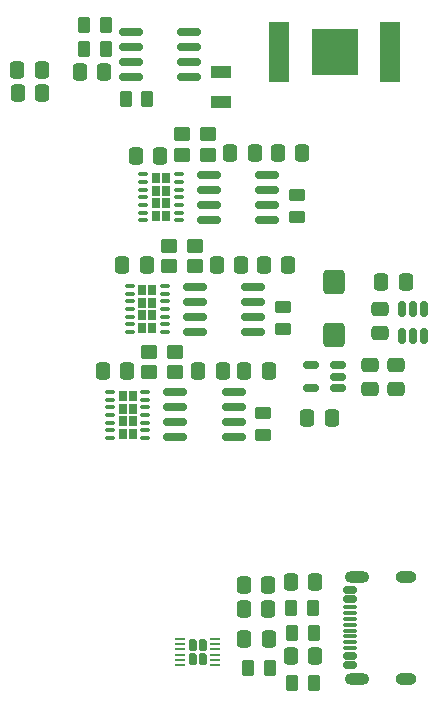
<source format=gbr>
%TF.GenerationSoftware,KiCad,Pcbnew,9.0.7-unknown-1000.20260124git33f2886.fc43*%
%TF.CreationDate,2026-02-08T17:52:11-08:00*%
%TF.ProjectId,Telemetry-Logging-Board,54656c65-6d65-4747-9279-2d4c6f676769,2.0*%
%TF.SameCoordinates,Original*%
%TF.FileFunction,Paste,Top*%
%TF.FilePolarity,Positive*%
%FSLAX46Y46*%
G04 Gerber Fmt 4.6, Leading zero omitted, Abs format (unit mm)*
G04 Created by KiCad (PCBNEW 9.0.7-unknown-1000.20260124git33f2886.fc43) date 2026-02-08 17:52:11*
%MOMM*%
%LPD*%
G01*
G04 APERTURE LIST*
G04 Aperture macros list*
%AMRoundRect*
0 Rectangle with rounded corners*
0 $1 Rounding radius*
0 $2 $3 $4 $5 $6 $7 $8 $9 X,Y pos of 4 corners*
0 Add a 4 corners polygon primitive as box body*
4,1,4,$2,$3,$4,$5,$6,$7,$8,$9,$2,$3,0*
0 Add four circle primitives for the rounded corners*
1,1,$1+$1,$2,$3*
1,1,$1+$1,$4,$5*
1,1,$1+$1,$6,$7*
1,1,$1+$1,$8,$9*
0 Add four rect primitives between the rounded corners*
20,1,$1+$1,$2,$3,$4,$5,0*
20,1,$1+$1,$4,$5,$6,$7,0*
20,1,$1+$1,$6,$7,$8,$9,0*
20,1,$1+$1,$8,$9,$2,$3,0*%
G04 Aperture macros list end*
%ADD10RoundRect,0.250000X0.262500X0.450000X-0.262500X0.450000X-0.262500X-0.450000X0.262500X-0.450000X0*%
%ADD11RoundRect,0.250000X-0.337500X-0.475000X0.337500X-0.475000X0.337500X0.475000X-0.337500X0.475000X0*%
%ADD12RoundRect,0.250000X-0.450000X0.262500X-0.450000X-0.262500X0.450000X-0.262500X0.450000X0.262500X0*%
%ADD13RoundRect,0.250000X0.450000X0.350000X-0.450000X0.350000X-0.450000X-0.350000X0.450000X-0.350000X0*%
%ADD14RoundRect,0.250000X0.475000X-0.337500X0.475000X0.337500X-0.475000X0.337500X-0.475000X-0.337500X0*%
%ADD15RoundRect,0.250000X-0.650000X0.750000X-0.650000X-0.750000X0.650000X-0.750000X0.650000X0.750000X0*%
%ADD16RoundRect,0.250000X-0.262500X-0.450000X0.262500X-0.450000X0.262500X0.450000X-0.262500X0.450000X0*%
%ADD17RoundRect,0.250000X0.337500X0.475000X-0.337500X0.475000X-0.337500X-0.475000X0.337500X-0.475000X0*%
%ADD18RoundRect,0.150000X-0.825000X-0.150000X0.825000X-0.150000X0.825000X0.150000X-0.825000X0.150000X0*%
%ADD19RoundRect,0.172500X0.172500X0.332500X-0.172500X0.332500X-0.172500X-0.332500X0.172500X-0.332500X0*%
%ADD20RoundRect,0.050000X0.350000X0.050000X-0.350000X0.050000X-0.350000X-0.050000X0.350000X-0.050000X0*%
%ADD21R,1.780000X5.080000*%
%ADD22R,3.960000X3.960000*%
%ADD23R,0.660000X0.850000*%
%ADD24O,0.850000X0.350000*%
%ADD25RoundRect,0.150000X0.825000X0.150000X-0.825000X0.150000X-0.825000X-0.150000X0.825000X-0.150000X0*%
%ADD26RoundRect,0.150000X0.425000X-0.150000X0.425000X0.150000X-0.425000X0.150000X-0.425000X-0.150000X0*%
%ADD27RoundRect,0.075000X0.500000X-0.075000X0.500000X0.075000X-0.500000X0.075000X-0.500000X-0.075000X0*%
%ADD28O,2.100000X1.000000*%
%ADD29O,1.800000X1.000000*%
%ADD30RoundRect,0.150000X0.150000X-0.512500X0.150000X0.512500X-0.150000X0.512500X-0.150000X-0.512500X0*%
%ADD31R,1.800000X1.000000*%
%ADD32RoundRect,0.250000X-0.475000X0.337500X-0.475000X-0.337500X0.475000X-0.337500X0.475000X0.337500X0*%
%ADD33RoundRect,0.150000X0.512500X0.150000X-0.512500X0.150000X-0.512500X-0.150000X0.512500X-0.150000X0*%
G04 APERTURE END LIST*
D10*
%TO.C,R9*%
X154775000Y-82180000D03*
X152950000Y-82180000D03*
%TD*%
D11*
%TO.C,C19*%
X152825000Y-77930000D03*
X154900000Y-77930000D03*
%TD*%
D12*
%TO.C,R5*%
X152162500Y-54618750D03*
X152162500Y-56443750D03*
%TD*%
D13*
%TO.C,Y2*%
X144662500Y-49466250D03*
X142462500Y-49466250D03*
X142462500Y-51166250D03*
X144662500Y-51166250D03*
%TD*%
D14*
%TO.C,C5*%
X159500000Y-61587500D03*
X159500000Y-59512500D03*
%TD*%
D15*
%TO.C,L1*%
X156500000Y-52500000D03*
X156500000Y-57000000D03*
%TD*%
D16*
%TO.C,R3*%
X138837500Y-37000000D03*
X140662500Y-37000000D03*
%TD*%
D11*
%TO.C,C22*%
X148825000Y-80180000D03*
X150900000Y-80180000D03*
%TD*%
D17*
%TO.C,C17*%
X150937500Y-82680000D03*
X148862500Y-82680000D03*
%TD*%
D11*
%TO.C,C12*%
X150537500Y-51031250D03*
X152612500Y-51031250D03*
%TD*%
%TO.C,C16*%
X148825000Y-78180000D03*
X150900000Y-78180000D03*
%TD*%
D16*
%TO.C,R1*%
X135337500Y-30750000D03*
X137162500Y-30750000D03*
%TD*%
D18*
%TO.C,U5*%
X143025000Y-61845000D03*
X143025000Y-63115000D03*
X143025000Y-64385000D03*
X143025000Y-65655000D03*
X147975000Y-65655000D03*
X147975000Y-64385000D03*
X147975000Y-63115000D03*
X147975000Y-61845000D03*
%TD*%
D17*
%TO.C,C11*%
X140612500Y-51031250D03*
X138537500Y-51031250D03*
%TD*%
D12*
%TO.C,R6*%
X153320000Y-45147500D03*
X153320000Y-46972500D03*
%TD*%
D19*
%TO.C,U10*%
X145347000Y-84441913D03*
X145347000Y-83191913D03*
X144497000Y-84441913D03*
X144497000Y-83191913D03*
D20*
X146372000Y-84941913D03*
X146372000Y-84491913D03*
X146372000Y-84041913D03*
X146372000Y-83591913D03*
X146372000Y-83141913D03*
X146372000Y-82691913D03*
X143472000Y-82691913D03*
X143472000Y-83141913D03*
X143472000Y-83591913D03*
X143472000Y-84041913D03*
X143472000Y-84491913D03*
X143472000Y-84941913D03*
%TD*%
D13*
%TO.C,Y3*%
X143000000Y-58400000D03*
X140800000Y-58400000D03*
X140800000Y-60100000D03*
X143000000Y-60100000D03*
%TD*%
D21*
%TO.C,BT1*%
X161250000Y-33000000D03*
X151850000Y-33000000D03*
D22*
X156550000Y-33000000D03*
%TD*%
D18*
%TO.C,U9*%
X145845000Y-43405000D03*
X145845000Y-44675000D03*
X145845000Y-45945000D03*
X145845000Y-47215000D03*
X150795000Y-47215000D03*
X150795000Y-45945000D03*
X150795000Y-44675000D03*
X150795000Y-43405000D03*
%TD*%
D17*
%TO.C,C14*%
X141770000Y-41795000D03*
X139695000Y-41795000D03*
%TD*%
D13*
%TO.C,Y4*%
X145820000Y-39995000D03*
X143620000Y-39995000D03*
X143620000Y-41695000D03*
X145820000Y-41695000D03*
%TD*%
D12*
%TO.C,R4*%
X150500000Y-63587500D03*
X150500000Y-65412500D03*
%TD*%
D17*
%TO.C,C8*%
X138950000Y-60000000D03*
X136875000Y-60000000D03*
%TD*%
%TO.C,C23*%
X131787500Y-36500000D03*
X129712500Y-36500000D03*
%TD*%
D10*
%TO.C,R10*%
X154687500Y-80070000D03*
X152862500Y-80070000D03*
%TD*%
D16*
%TO.C,R2*%
X135337500Y-32750000D03*
X137162500Y-32750000D03*
%TD*%
D11*
%TO.C,C10*%
X146537500Y-51031250D03*
X148612500Y-51031250D03*
%TD*%
D17*
%TO.C,C1*%
X137000000Y-34750000D03*
X134925000Y-34750000D03*
%TD*%
%TO.C,C3*%
X162562500Y-52500000D03*
X160487500Y-52500000D03*
%TD*%
D23*
%TO.C,U4*%
X139412500Y-65343750D03*
X139412500Y-64281250D03*
X139412500Y-63218750D03*
X139412500Y-62156250D03*
X138587500Y-65343750D03*
X138587500Y-64281250D03*
X138587500Y-63218750D03*
X138587500Y-62156250D03*
D24*
X140500000Y-65700000D03*
X140500000Y-65050000D03*
X140500000Y-64400000D03*
X140500000Y-63750000D03*
X140500000Y-63100000D03*
X140500000Y-62450000D03*
X140500000Y-61800000D03*
X137500000Y-61800000D03*
X137500000Y-62450000D03*
X137500000Y-63100000D03*
X137500000Y-63750000D03*
X137500000Y-64400000D03*
X137500000Y-65050000D03*
X137500000Y-65700000D03*
%TD*%
D25*
%TO.C,U1*%
X144225000Y-35155000D03*
X144225000Y-33885000D03*
X144225000Y-32615000D03*
X144225000Y-31345000D03*
X139275000Y-31345000D03*
X139275000Y-32615000D03*
X139275000Y-33885000D03*
X139275000Y-35155000D03*
%TD*%
D10*
%TO.C,R7*%
X154775000Y-86430000D03*
X152950000Y-86430000D03*
%TD*%
D18*
%TO.C,U7*%
X144687500Y-52876250D03*
X144687500Y-54146250D03*
X144687500Y-55416250D03*
X144687500Y-56686250D03*
X149637500Y-56686250D03*
X149637500Y-55416250D03*
X149637500Y-54146250D03*
X149637500Y-52876250D03*
%TD*%
D23*
%TO.C,U6*%
X141075000Y-56375000D03*
X141075000Y-55312500D03*
X141075000Y-54250000D03*
X141075000Y-53187500D03*
X140250000Y-56375000D03*
X140250000Y-55312500D03*
X140250000Y-54250000D03*
X140250000Y-53187500D03*
D24*
X142162500Y-56731250D03*
X142162500Y-56081250D03*
X142162500Y-55431250D03*
X142162500Y-54781250D03*
X142162500Y-54131250D03*
X142162500Y-53481250D03*
X142162500Y-52831250D03*
X139162500Y-52831250D03*
X139162500Y-53481250D03*
X139162500Y-54131250D03*
X139162500Y-54781250D03*
X139162500Y-55431250D03*
X139162500Y-56081250D03*
X139162500Y-56731250D03*
%TD*%
D26*
%TO.C,J8*%
X157820000Y-84950000D03*
X157820000Y-84150000D03*
D27*
X157820000Y-83000000D03*
X157820000Y-82000000D03*
X157820000Y-81500000D03*
X157820000Y-80500000D03*
D26*
X157820000Y-79350000D03*
X157820000Y-78550000D03*
X157820000Y-78550000D03*
X157820000Y-79350000D03*
D27*
X157820000Y-80000000D03*
X157820000Y-81000000D03*
X157820000Y-82500000D03*
X157820000Y-83500000D03*
D26*
X157820000Y-84150000D03*
X157820000Y-84950000D03*
D28*
X158395000Y-86070000D03*
D29*
X162575000Y-86070000D03*
D28*
X158395000Y-77430000D03*
D29*
X162575000Y-77430000D03*
%TD*%
D11*
%TO.C,C7*%
X144962500Y-60000000D03*
X147037500Y-60000000D03*
%TD*%
%TO.C,C9*%
X148875000Y-60000000D03*
X150950000Y-60000000D03*
%TD*%
D30*
%TO.C,U2*%
X162200000Y-57075000D03*
X163150000Y-57075000D03*
X164100000Y-57075000D03*
X164100000Y-54800000D03*
X163150000Y-54800000D03*
X162200000Y-54800000D03*
%TD*%
D31*
%TO.C,Y1*%
X146912500Y-34750000D03*
X146912500Y-37250000D03*
%TD*%
D10*
%TO.C,R8*%
X151025000Y-85180000D03*
X149200000Y-85180000D03*
%TD*%
D14*
%TO.C,C2*%
X161750000Y-61587500D03*
X161750000Y-59512500D03*
%TD*%
D11*
%TO.C,C15*%
X151695000Y-41560000D03*
X153770000Y-41560000D03*
%TD*%
D23*
%TO.C,U8*%
X142232500Y-46903750D03*
X142232500Y-45841250D03*
X142232500Y-44778750D03*
X142232500Y-43716250D03*
X141407500Y-46903750D03*
X141407500Y-45841250D03*
X141407500Y-44778750D03*
X141407500Y-43716250D03*
D24*
X143320000Y-47260000D03*
X143320000Y-46610000D03*
X143320000Y-45960000D03*
X143320000Y-45310000D03*
X143320000Y-44660000D03*
X143320000Y-44010000D03*
X143320000Y-43360000D03*
X140320000Y-43360000D03*
X140320000Y-44010000D03*
X140320000Y-44660000D03*
X140320000Y-45310000D03*
X140320000Y-45960000D03*
X140320000Y-46610000D03*
X140320000Y-47260000D03*
%TD*%
D17*
%TO.C,C21*%
X131737500Y-34500000D03*
X129662500Y-34500000D03*
%TD*%
D32*
%TO.C,C4*%
X160400000Y-54750000D03*
X160400000Y-56825000D03*
%TD*%
D11*
%TO.C,C13*%
X147695000Y-41560000D03*
X149770000Y-41560000D03*
%TD*%
D33*
%TO.C,U3*%
X156775000Y-61450000D03*
X156775000Y-60500000D03*
X156775000Y-59550000D03*
X154500000Y-59550000D03*
X154500000Y-61450000D03*
%TD*%
D17*
%TO.C,C18*%
X154862500Y-84180000D03*
X152787500Y-84180000D03*
%TD*%
%TO.C,C6*%
X156287500Y-64000000D03*
X154212500Y-64000000D03*
%TD*%
M02*

</source>
